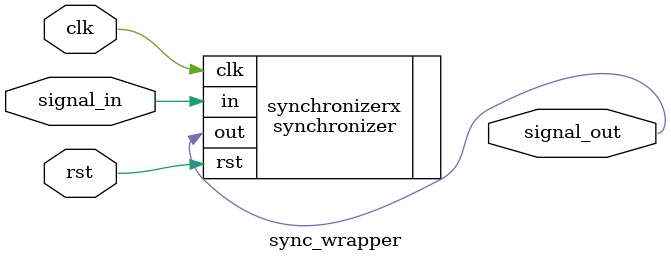
<source format=v>

module sync_wrapper #(
   parameter WIDTH            = 1,
   parameter STAGES           = 2,
   parameter INITIAL_VAL      = 0,
   parameter FALSE_PATH_TO_IN = 1
)(
   input              clk,
   input              rst,
   input  [WIDTH-1:0] signal_in,
   output [WIDTH-1:0] signal_out
);

//vhook_e synchronizer
//vhook_a in    signal_in
//vhook_a out   signal_out
synchronizer
  # (
    .WIDTH             (WIDTH),              //integer:=1
    .STAGES            (STAGES),             //integer:=2
    .INITIAL_VAL       (INITIAL_VAL),        //integer:=0
    .FALSE_PATH_TO_IN  (FALSE_PATH_TO_IN))   //integer:=1
  synchronizerx (
    .clk  (clk),          //in  wire
    .rst  (rst),          //in  wire
    .in   (signal_in),    //in  wire[(WIDTH-1):0]
    .out  (signal_out));  //out wire[(WIDTH-1):0]

endmodule   //sync_wrapper

</source>
